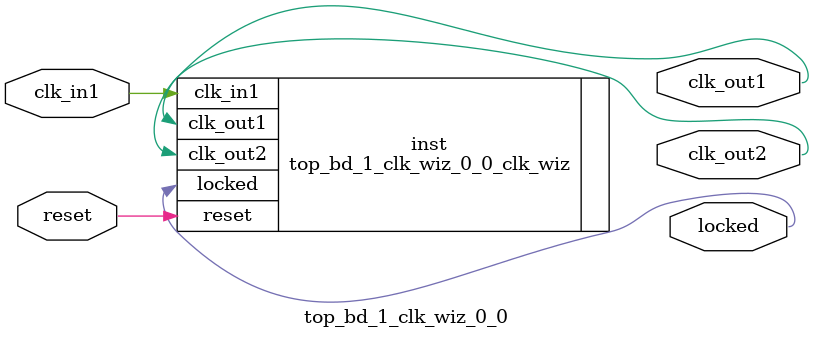
<source format=v>


`timescale 1ps/1ps

(* CORE_GENERATION_INFO = "top_bd_1_clk_wiz_0_0,clk_wiz_v6_0_4_0_0,{component_name=top_bd_1_clk_wiz_0_0,use_phase_alignment=true,use_min_o_jitter=false,use_max_i_jitter=false,use_dyn_phase_shift=false,use_inclk_switchover=false,use_dyn_reconfig=false,enable_axi=0,feedback_source=FDBK_AUTO,PRIMITIVE=MMCM,num_out_clk=2,clkin1_period=10.0,clkin2_period=10.0,use_power_down=false,use_reset=true,use_locked=true,use_inclk_stopped=false,feedback_type=SINGLE,CLOCK_MGR_TYPE=NA,manual_override=false}" *)

module top_bd_1_clk_wiz_0_0 
 (
  // Clock out ports
  output        clk_out1,
  output        clk_out2,
  // Status and control signals
  input         reset,
  output        locked,
 // Clock in ports
  input         clk_in1
 );

  top_bd_1_clk_wiz_0_0_clk_wiz inst
  (
  // Clock out ports  
  .clk_out1(clk_out1),
  .clk_out2(clk_out2),
  // Status and control signals               
  .reset(reset), 
  .locked(locked),
 // Clock in ports
  .clk_in1(clk_in1)
  );

endmodule

</source>
